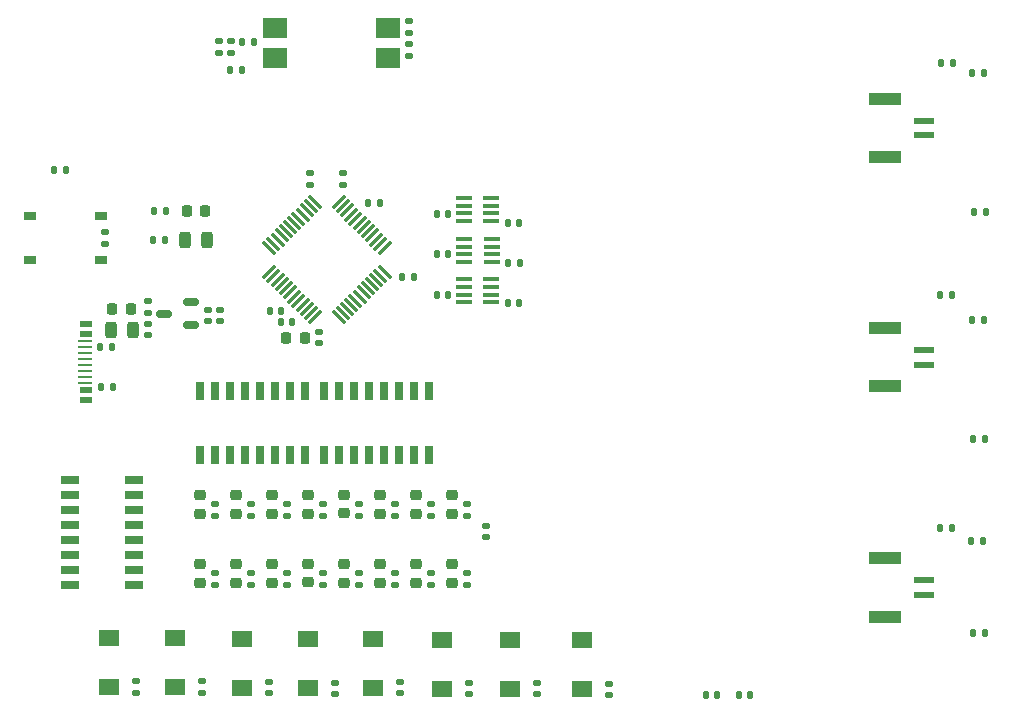
<source format=gbr>
%TF.GenerationSoftware,KiCad,Pcbnew,8.0.8*%
%TF.CreationDate,2026-01-13T22:42:20+09:00*%
%TF.ProjectId,robomas_f103_bridge_NHK2026,726f626f-6d61-4735-9f66-3130335f6272,rev?*%
%TF.SameCoordinates,Original*%
%TF.FileFunction,Paste,Top*%
%TF.FilePolarity,Positive*%
%FSLAX46Y46*%
G04 Gerber Fmt 4.6, Leading zero omitted, Abs format (unit mm)*
G04 Created by KiCad (PCBNEW 8.0.8) date 2026-01-13 22:42:20*
%MOMM*%
%LPD*%
G01*
G04 APERTURE LIST*
G04 Aperture macros list*
%AMRoundRect*
0 Rectangle with rounded corners*
0 $1 Rounding radius*
0 $2 $3 $4 $5 $6 $7 $8 $9 X,Y pos of 4 corners*
0 Add a 4 corners polygon primitive as box body*
4,1,4,$2,$3,$4,$5,$6,$7,$8,$9,$2,$3,0*
0 Add four circle primitives for the rounded corners*
1,1,$1+$1,$2,$3*
1,1,$1+$1,$4,$5*
1,1,$1+$1,$6,$7*
1,1,$1+$1,$8,$9*
0 Add four rect primitives between the rounded corners*
20,1,$1+$1,$2,$3,$4,$5,0*
20,1,$1+$1,$4,$5,$6,$7,0*
20,1,$1+$1,$6,$7,$8,$9,0*
20,1,$1+$1,$8,$9,$2,$3,0*%
G04 Aperture macros list end*
%ADD10R,2.800000X1.000000*%
%ADD11R,1.700000X0.600000*%
%ADD12RoundRect,0.135000X-0.185000X0.135000X-0.185000X-0.135000X0.185000X-0.135000X0.185000X0.135000X0*%
%ADD13RoundRect,0.140000X0.140000X0.170000X-0.140000X0.170000X-0.140000X-0.170000X0.140000X-0.170000X0*%
%ADD14RoundRect,0.225000X0.225000X0.250000X-0.225000X0.250000X-0.225000X-0.250000X0.225000X-0.250000X0*%
%ADD15RoundRect,0.135000X0.135000X0.185000X-0.135000X0.185000X-0.135000X-0.185000X0.135000X-0.185000X0*%
%ADD16RoundRect,0.135000X0.185000X-0.135000X0.185000X0.135000X-0.185000X0.135000X-0.185000X-0.135000X0*%
%ADD17RoundRect,0.140000X-0.140000X-0.170000X0.140000X-0.170000X0.140000X0.170000X-0.140000X0.170000X0*%
%ADD18RoundRect,0.140000X0.170000X-0.140000X0.170000X0.140000X-0.170000X0.140000X-0.170000X-0.140000X0*%
%ADD19R,1.800000X1.350000*%
%ADD20RoundRect,0.050000X-0.635000X-0.150000X0.635000X-0.150000X0.635000X0.150000X-0.635000X0.150000X0*%
%ADD21RoundRect,0.150000X0.512500X0.150000X-0.512500X0.150000X-0.512500X-0.150000X0.512500X-0.150000X0*%
%ADD22RoundRect,0.218750X-0.256250X0.218750X-0.256250X-0.218750X0.256250X-0.218750X0.256250X0.218750X0*%
%ADD23RoundRect,0.140000X-0.170000X0.140000X-0.170000X-0.140000X0.170000X-0.140000X0.170000X0.140000X0*%
%ADD24RoundRect,0.243750X-0.243750X-0.456250X0.243750X-0.456250X0.243750X0.456250X-0.243750X0.456250X0*%
%ADD25R,0.650000X1.525000*%
%ADD26RoundRect,0.135000X-0.135000X-0.185000X0.135000X-0.185000X0.135000X0.185000X-0.135000X0.185000X0*%
%ADD27R,1.002000X0.570000*%
%ADD28R,1.002000X0.590000*%
%ADD29R,1.150000X0.290000*%
%ADD30R,1.010000X0.580000*%
%ADD31R,1.000000X0.580000*%
%ADD32R,2.000000X1.780000*%
%ADD33R,1.525000X0.650000*%
%ADD34RoundRect,0.075000X-0.521491X0.415425X0.415425X-0.521491X0.521491X-0.415425X-0.415425X0.521491X0*%
%ADD35RoundRect,0.075000X-0.521491X-0.415425X-0.415425X-0.521491X0.521491X0.415425X0.415425X0.521491X0*%
%ADD36RoundRect,0.218750X-0.218750X-0.256250X0.218750X-0.256250X0.218750X0.256250X-0.218750X0.256250X0*%
%ADD37R,1.000000X0.750000*%
%ADD38RoundRect,0.218750X0.218750X0.256250X-0.218750X0.256250X-0.218750X-0.256250X0.218750X-0.256250X0*%
G04 APERTURE END LIST*
D10*
%TO.C,J14*%
X99550000Y-72050000D03*
D11*
X102900000Y-73900000D03*
X102900000Y-75150000D03*
D10*
X99550000Y-77000000D03*
%TD*%
%TO.C,J13*%
X99550000Y-52550000D03*
D11*
X102900000Y-54400000D03*
X102900000Y-55650000D03*
D10*
X99550000Y-57500000D03*
%TD*%
%TO.C,J12*%
X99550000Y-33150000D03*
D11*
X102900000Y-35000000D03*
X102900000Y-36250000D03*
D10*
X99550000Y-38100000D03*
%TD*%
D12*
%TO.C,R11*%
X48942000Y-73324000D03*
X48942000Y-74344000D03*
%TD*%
D13*
%TO.C,C29*%
X88169800Y-83652300D03*
X87209800Y-83652300D03*
%TD*%
D14*
%TO.C,FB1*%
X50437200Y-53397200D03*
X48887200Y-53397200D03*
%TD*%
D12*
%TO.C,R21*%
X55038000Y-67482000D03*
X55038000Y-68502000D03*
%TD*%
D15*
%TO.C,R8*%
X107860000Y-70550000D03*
X106840000Y-70550000D03*
%TD*%
D16*
%TO.C,R29*%
X59255000Y-29560000D03*
X59255000Y-28540000D03*
%TD*%
D12*
%TO.C,R9*%
X42846000Y-73324000D03*
X42846000Y-74344000D03*
%TD*%
D17*
%TO.C,C22*%
X67632000Y-43630400D03*
X68592000Y-43630400D03*
%TD*%
D18*
%TO.C,C19*%
X70150000Y-83580000D03*
X70150000Y-82620000D03*
%TD*%
D19*
%TO.C,SW5*%
X50700000Y-83003000D03*
X50700000Y-78853000D03*
%TD*%
%TO.C,SW6*%
X56200000Y-83017000D03*
X56200000Y-78867000D03*
%TD*%
D20*
%TO.C,U5*%
X63962000Y-41555400D03*
X63962000Y-42205400D03*
X63962000Y-42855400D03*
X63962000Y-43505400D03*
X66262000Y-43505400D03*
X66262000Y-42855400D03*
X66262000Y-42205400D03*
X66262000Y-41555400D03*
%TD*%
D21*
%TO.C,U3*%
X40842900Y-52289800D03*
X40842900Y-50389800D03*
X38567900Y-51339800D03*
%TD*%
D17*
%TO.C,C28*%
X84409800Y-83652300D03*
X85369800Y-83652300D03*
%TD*%
D12*
%TO.C,R17*%
X42846000Y-67482000D03*
X42846000Y-68502000D03*
%TD*%
D22*
%TO.C,D9*%
X41576000Y-66722000D03*
X41576000Y-68297000D03*
%TD*%
D23*
%TO.C,C12*%
X43225000Y-28270000D03*
X43225000Y-29230000D03*
%TD*%
D24*
%TO.C,F1*%
X34023200Y-52698200D03*
X35898200Y-52698200D03*
%TD*%
D18*
%TO.C,C13*%
X36200000Y-83430000D03*
X36200000Y-82470000D03*
%TD*%
D22*
%TO.C,D7*%
X59864000Y-72538500D03*
X59864000Y-74113500D03*
%TD*%
D15*
%TO.C,R2*%
X34147600Y-54196800D03*
X33127600Y-54196800D03*
%TD*%
D13*
%TO.C,C4*%
X48465800Y-51085800D03*
X47505800Y-51085800D03*
%TD*%
D23*
%TO.C,C10*%
X42296200Y-50998100D03*
X42296200Y-51958100D03*
%TD*%
D12*
%TO.C,R10*%
X45894000Y-73324000D03*
X45894000Y-74344000D03*
%TD*%
D19*
%TO.C,SW9*%
X73950000Y-83125000D03*
X73950000Y-78975000D03*
%TD*%
D22*
%TO.C,D16*%
X62912000Y-66696500D03*
X62912000Y-68271500D03*
%TD*%
D25*
%TO.C,IC1*%
X41555000Y-63337500D03*
X42825000Y-63337500D03*
X44095000Y-63337500D03*
X45365000Y-63337500D03*
X46635000Y-63337500D03*
X47905000Y-63337500D03*
X49175000Y-63337500D03*
X50445000Y-63337500D03*
X50445000Y-57913500D03*
X49175000Y-57913500D03*
X47905000Y-57913500D03*
X46635000Y-57913500D03*
X45365000Y-57913500D03*
X44095000Y-57913500D03*
X42825000Y-57913500D03*
X41555000Y-57913500D03*
%TD*%
D12*
%TO.C,R22*%
X58086000Y-67482000D03*
X58086000Y-68502000D03*
%TD*%
%TO.C,R23*%
X61134000Y-67482000D03*
X61134000Y-68502000D03*
%TD*%
D18*
%TO.C,C8*%
X50886998Y-40406338D03*
X50886998Y-39446338D03*
%TD*%
D16*
%TO.C,R35*%
X37151600Y-51291000D03*
X37151600Y-50271000D03*
%TD*%
D26*
%TO.C,R1*%
X33178400Y-57549600D03*
X34198400Y-57549600D03*
%TD*%
D25*
%TO.C,IC2*%
X52130000Y-63337500D03*
X53400000Y-63337500D03*
X54670000Y-63337500D03*
X55940000Y-63337500D03*
X57210000Y-63337500D03*
X58480000Y-63337500D03*
X59750000Y-63337500D03*
X61020000Y-63337500D03*
X61020000Y-57913500D03*
X59750000Y-57913500D03*
X58480000Y-57913500D03*
X57210000Y-57913500D03*
X55940000Y-57913500D03*
X54670000Y-57913500D03*
X53400000Y-57913500D03*
X52130000Y-57913500D03*
%TD*%
D15*
%TO.C,R6*%
X108010000Y-30950000D03*
X106990000Y-30950000D03*
%TD*%
D26*
%TO.C,R5*%
X55782800Y-41992600D03*
X56802800Y-41992600D03*
%TD*%
D19*
%TO.C,SW8*%
X67850000Y-83139000D03*
X67850000Y-78989000D03*
%TD*%
D27*
%TO.C,J11*%
X31937600Y-52224200D03*
D28*
X31937600Y-53024200D03*
D29*
X31863600Y-54174200D03*
X31863600Y-55174200D03*
X31863600Y-55684200D03*
X31863600Y-56684200D03*
D30*
X31933600Y-58629200D03*
D31*
X31938600Y-57829200D03*
D29*
X31863600Y-57184200D03*
X31863600Y-56184200D03*
X31863600Y-54674200D03*
X31863600Y-53674200D03*
%TD*%
D26*
%TO.C,R4*%
X44165000Y-30750000D03*
X45185000Y-30750000D03*
%TD*%
D32*
%TO.C,U2*%
X47940000Y-27130000D03*
X47940000Y-29670000D03*
X57470000Y-29670000D03*
X57470000Y-27130000D03*
%TD*%
D15*
%TO.C,R25*%
X105366400Y-30130800D03*
X104346400Y-30130800D03*
%TD*%
D13*
%TO.C,C25*%
X62592000Y-49730400D03*
X61632000Y-49730400D03*
%TD*%
D12*
%TO.C,R16*%
X64182000Y-73324000D03*
X64182000Y-74344000D03*
%TD*%
D15*
%TO.C,R33*%
X38712400Y-42653000D03*
X37692400Y-42653000D03*
%TD*%
D22*
%TO.C,D11*%
X47672000Y-66696500D03*
X47672000Y-68271500D03*
%TD*%
D13*
%TO.C,C23*%
X62612000Y-46305400D03*
X61652000Y-46305400D03*
%TD*%
D18*
%TO.C,C15*%
X47450000Y-83480000D03*
X47450000Y-82520000D03*
%TD*%
D22*
%TO.C,D2*%
X44624000Y-72538500D03*
X44624000Y-74113500D03*
%TD*%
%TO.C,D14*%
X56816000Y-66696500D03*
X56816000Y-68271500D03*
%TD*%
D23*
%TO.C,C9*%
X37151600Y-52206000D03*
X37151600Y-53166000D03*
%TD*%
D22*
%TO.C,D3*%
X47672000Y-72538500D03*
X47672000Y-74113500D03*
%TD*%
D20*
%TO.C,U6*%
X63982000Y-45005400D03*
X63982000Y-45655400D03*
X63982000Y-46305400D03*
X63982000Y-46955400D03*
X66282000Y-46955400D03*
X66282000Y-46305400D03*
X66282000Y-45655400D03*
X66282000Y-45005400D03*
%TD*%
D23*
%TO.C,C11*%
X44225000Y-28270000D03*
X44225000Y-29230000D03*
%TD*%
D18*
%TO.C,C14*%
X41800000Y-83430000D03*
X41800000Y-82470000D03*
%TD*%
D16*
%TO.C,R28*%
X59255000Y-27610000D03*
X59255000Y-26590000D03*
%TD*%
D15*
%TO.C,R27*%
X105290200Y-69475400D03*
X104270200Y-69475400D03*
%TD*%
D22*
%TO.C,D10*%
X44624000Y-66696500D03*
X44624000Y-68271500D03*
%TD*%
D33*
%TO.C,U4*%
X35985400Y-74276000D03*
X35985400Y-73006000D03*
X35985400Y-71736000D03*
X35985400Y-70466000D03*
X35985400Y-69196000D03*
X35985400Y-67926000D03*
X35985400Y-66656000D03*
X35985400Y-65386000D03*
X30561400Y-65386000D03*
X30561400Y-66656000D03*
X30561400Y-67926000D03*
X30561400Y-69196000D03*
X30561400Y-70466000D03*
X30561400Y-71736000D03*
X30561400Y-73006000D03*
X30561400Y-74276000D03*
%TD*%
D19*
%TO.C,SW7*%
X62100000Y-83103000D03*
X62100000Y-78953000D03*
%TD*%
D12*
%TO.C,R14*%
X58086000Y-73326000D03*
X58086000Y-74346000D03*
%TD*%
D22*
%TO.C,D12*%
X50720000Y-66696500D03*
X50720000Y-68271500D03*
%TD*%
D18*
%TO.C,C16*%
X53000000Y-83530000D03*
X53000000Y-82570000D03*
%TD*%
D12*
%TO.C,R19*%
X48942000Y-67482000D03*
X48942000Y-68502000D03*
%TD*%
%TO.C,R24*%
X64182000Y-67482000D03*
X64182000Y-68502000D03*
%TD*%
D22*
%TO.C,D5*%
X53768000Y-72540500D03*
X53768000Y-74115500D03*
%TD*%
D12*
%TO.C,R12*%
X51990000Y-73326000D03*
X51990000Y-74346000D03*
%TD*%
D15*
%TO.C,R32*%
X108088000Y-78400000D03*
X107068000Y-78400000D03*
%TD*%
D18*
%TO.C,C3*%
X53736998Y-40406338D03*
X53736998Y-39446338D03*
%TD*%
D15*
%TO.C,R31*%
X108084200Y-61950000D03*
X107064200Y-61950000D03*
%TD*%
D34*
%TO.C,U1*%
X51338210Y-41888462D03*
X50984656Y-42242016D03*
X50631103Y-42595569D03*
X50277549Y-42949123D03*
X49923996Y-43302676D03*
X49570443Y-43656229D03*
X49216889Y-44009783D03*
X48863336Y-44363336D03*
X48509783Y-44716889D03*
X48156229Y-45070443D03*
X47802676Y-45423996D03*
X47449122Y-45777550D03*
D35*
X47449122Y-47775126D03*
X47802676Y-48128680D03*
X48156229Y-48482233D03*
X48509783Y-48835787D03*
X48863336Y-49189340D03*
X49216889Y-49542893D03*
X49570443Y-49896447D03*
X49923996Y-50250000D03*
X50277549Y-50603553D03*
X50631103Y-50957107D03*
X50984656Y-51310660D03*
X51338210Y-51664214D03*
D34*
X53335786Y-51664214D03*
X53689340Y-51310660D03*
X54042893Y-50957107D03*
X54396447Y-50603553D03*
X54750000Y-50250000D03*
X55103553Y-49896447D03*
X55457107Y-49542893D03*
X55810660Y-49189340D03*
X56164213Y-48835787D03*
X56517767Y-48482233D03*
X56871320Y-48128680D03*
X57224874Y-47775126D03*
D35*
X57224874Y-45777550D03*
X56871320Y-45423996D03*
X56517767Y-45070443D03*
X56164213Y-44716889D03*
X55810660Y-44363336D03*
X55457107Y-44009783D03*
X55103553Y-43656229D03*
X54750000Y-43302676D03*
X54396447Y-42949123D03*
X54042893Y-42595569D03*
X53689340Y-42242016D03*
X53335786Y-41888462D03*
%TD*%
D23*
%TO.C,C27*%
X65800000Y-69300200D03*
X65800000Y-70260200D03*
%TD*%
D17*
%TO.C,C1*%
X58706998Y-48226338D03*
X59666998Y-48226338D03*
%TD*%
D23*
%TO.C,C2*%
X51636998Y-52896338D03*
X51636998Y-53856338D03*
%TD*%
D13*
%TO.C,C21*%
X62592000Y-42880400D03*
X61632000Y-42880400D03*
%TD*%
D15*
%TO.C,R26*%
X105264800Y-49765000D03*
X104244800Y-49765000D03*
%TD*%
D22*
%TO.C,D13*%
X53768000Y-66671000D03*
X53768000Y-68246000D03*
%TD*%
D17*
%TO.C,C24*%
X67702000Y-47055400D03*
X68662000Y-47055400D03*
%TD*%
D19*
%TO.C,SW4*%
X45150000Y-83003000D03*
X45150000Y-78853000D03*
%TD*%
D12*
%TO.C,R13*%
X55038000Y-73326000D03*
X55038000Y-74346000D03*
%TD*%
D23*
%TO.C,C7*%
X33548500Y-44456400D03*
X33548500Y-45416400D03*
%TD*%
D22*
%TO.C,D8*%
X62912000Y-72538500D03*
X62912000Y-74113500D03*
%TD*%
D19*
%TO.C,SW2*%
X33886000Y-82939000D03*
X33886000Y-78789000D03*
%TD*%
D12*
%TO.C,R20*%
X51990000Y-67482000D03*
X51990000Y-68502000D03*
%TD*%
D36*
%TO.C,D17*%
X40464900Y-42653000D03*
X42039900Y-42653000D03*
%TD*%
D20*
%TO.C,U7*%
X63962000Y-48430400D03*
X63962000Y-49080400D03*
X63962000Y-49730400D03*
X63962000Y-50380400D03*
X66262000Y-50380400D03*
X66262000Y-49730400D03*
X66262000Y-49080400D03*
X66262000Y-48430400D03*
%TD*%
D37*
%TO.C,SW1*%
X33198500Y-46839400D03*
X27198500Y-46839400D03*
X33198500Y-43089400D03*
X27198500Y-43089400D03*
%TD*%
D13*
%TO.C,C5*%
X49380200Y-52025600D03*
X48420200Y-52025600D03*
%TD*%
D18*
%TO.C,C17*%
X58500000Y-83500000D03*
X58500000Y-82540000D03*
%TD*%
D22*
%TO.C,D6*%
X56816000Y-72540500D03*
X56816000Y-74115500D03*
%TD*%
D13*
%TO.C,C30*%
X30230000Y-39215000D03*
X29270000Y-39215000D03*
%TD*%
D15*
%TO.C,R30*%
X108110000Y-42700000D03*
X107090000Y-42700000D03*
%TD*%
D18*
%TO.C,C18*%
X64400000Y-83580000D03*
X64400000Y-82620000D03*
%TD*%
D12*
%TO.C,R18*%
X45894000Y-67482000D03*
X45894000Y-68502000D03*
%TD*%
D38*
%TO.C,D19*%
X35735700Y-50948200D03*
X34160700Y-50948200D03*
%TD*%
D15*
%TO.C,R34*%
X38666000Y-45116800D03*
X37646000Y-45116800D03*
%TD*%
D18*
%TO.C,C20*%
X76250000Y-83650000D03*
X76250000Y-82690000D03*
%TD*%
D26*
%TO.C,R3*%
X45165000Y-28300000D03*
X46185000Y-28300000D03*
%TD*%
D22*
%TO.C,D4*%
X50720000Y-72506500D03*
X50720000Y-74081500D03*
%TD*%
D23*
%TO.C,C6*%
X43286800Y-50998100D03*
X43286800Y-51958100D03*
%TD*%
D22*
%TO.C,D15*%
X59864000Y-66696500D03*
X59864000Y-68271500D03*
%TD*%
D24*
%TO.C,D18*%
X40342700Y-45116800D03*
X42217700Y-45116800D03*
%TD*%
D15*
%TO.C,R7*%
X107960000Y-51900000D03*
X106940000Y-51900000D03*
%TD*%
D19*
%TO.C,SW3*%
X39500000Y-82953000D03*
X39500000Y-78803000D03*
%TD*%
D12*
%TO.C,R15*%
X61134000Y-73324000D03*
X61134000Y-74344000D03*
%TD*%
D17*
%TO.C,C26*%
X67632000Y-50480400D03*
X68592000Y-50480400D03*
%TD*%
D22*
%TO.C,D1*%
X41576000Y-72564000D03*
X41576000Y-74139000D03*
%TD*%
M02*

</source>
